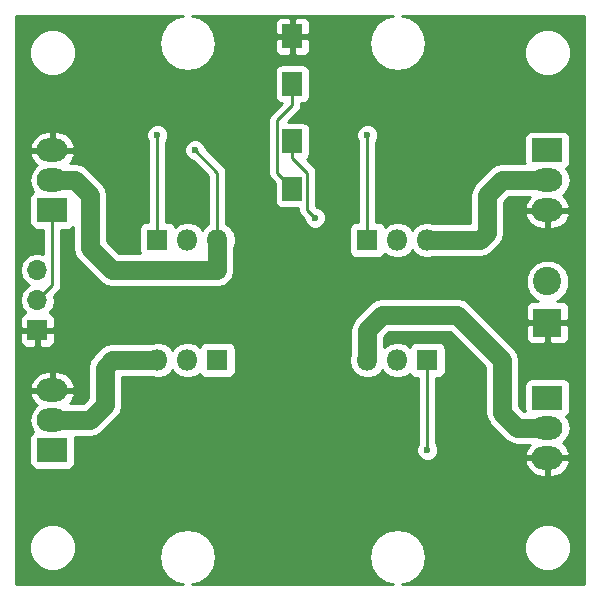
<source format=gbr>
G04 #@! TF.FileFunction,Copper,L1,Top,Signal*
%FSLAX46Y46*%
G04 Gerber Fmt 4.6, Leading zero omitted, Abs format (unit mm)*
G04 Created by KiCad (PCBNEW 4.0.7) date Tuesday, March 06, 2018 'PMt' 10:16:58 PM*
%MOMM*%
%LPD*%
G01*
G04 APERTURE LIST*
%ADD10C,0.100000*%
%ADD11R,1.800000X1.800000*%
%ADD12O,1.800000X1.800000*%
%ADD13R,1.700000X2.000000*%
%ADD14R,1.700000X1.700000*%
%ADD15O,1.700000X1.700000*%
%ADD16C,2.400000*%
%ADD17R,2.400000X2.400000*%
%ADD18R,2.600000X2.000000*%
%ADD19O,2.600000X2.000000*%
%ADD20C,0.600000*%
%ADD21C,0.250000*%
%ADD22C,1.600000*%
%ADD23C,0.254000*%
G04 APERTURE END LIST*
D10*
D11*
X121920000Y-79375000D03*
D12*
X124460000Y-79375000D03*
X127000000Y-79375000D03*
D11*
X144780000Y-89535000D03*
D12*
X142240000Y-89535000D03*
X139700000Y-89535000D03*
D13*
X133350000Y-62135000D03*
X133350000Y-66135000D03*
D14*
X111760000Y-86995000D03*
D15*
X111760000Y-84455000D03*
X111760000Y-81915000D03*
D16*
X154940000Y-82860000D03*
D17*
X154940000Y-86360000D03*
D13*
X133350000Y-71025000D03*
X133350000Y-75025000D03*
D11*
X139700000Y-79375000D03*
D12*
X142240000Y-79375000D03*
X144780000Y-79375000D03*
D11*
X127000000Y-89535000D03*
D12*
X124460000Y-89535000D03*
X121920000Y-89535000D03*
D18*
X113030000Y-76835000D03*
D19*
X113030000Y-74295000D03*
X113030000Y-71755000D03*
D18*
X154940000Y-71755000D03*
D19*
X154940000Y-74295000D03*
X154940000Y-76835000D03*
D18*
X113030000Y-97155000D03*
D19*
X113030000Y-94615000D03*
X113030000Y-92075000D03*
D18*
X154940000Y-92710000D03*
D19*
X154940000Y-95250000D03*
X154940000Y-97790000D03*
D20*
X121920000Y-70485000D03*
X139700000Y-70485000D03*
X135255000Y-77470000D03*
X125095000Y-71755000D03*
X144780000Y-97155000D03*
D21*
X121920000Y-70485000D02*
X121920000Y-79375000D01*
X139700000Y-70485000D02*
X139700000Y-79375000D01*
X135255000Y-77470000D02*
X134620000Y-76835000D01*
X134620000Y-76835000D02*
X134620000Y-73660000D01*
X134620000Y-73660000D02*
X133350000Y-72390000D01*
X133350000Y-72390000D02*
X133350000Y-71025000D01*
X125095000Y-71755000D02*
X127000000Y-73660000D01*
X127000000Y-73660000D02*
X127000000Y-79375000D01*
D22*
X127000000Y-79375000D02*
X127000000Y-81915000D01*
X114935000Y-74295000D02*
X113030000Y-74295000D01*
X116205000Y-75565000D02*
X114935000Y-74295000D01*
X116205000Y-80010000D02*
X116205000Y-75565000D01*
X118110000Y-81915000D02*
X116205000Y-80010000D01*
X127000000Y-81915000D02*
X118110000Y-81915000D01*
X144780000Y-79375000D02*
X149225000Y-79375000D01*
X151130000Y-74295000D02*
X154940000Y-74295000D01*
X149860000Y-75565000D02*
X151130000Y-74295000D01*
X149860000Y-78740000D02*
X149860000Y-75565000D01*
X149225000Y-79375000D02*
X149860000Y-78740000D01*
X121920000Y-89535000D02*
X118110000Y-89535000D01*
X118110000Y-89535000D02*
X117475000Y-90170000D01*
X117475000Y-90170000D02*
X117475000Y-93345000D01*
X117475000Y-93345000D02*
X116205000Y-94615000D01*
X116205000Y-94615000D02*
X113030000Y-94615000D01*
X139700000Y-89535000D02*
X139700000Y-86995000D01*
X152400000Y-95250000D02*
X154940000Y-95250000D01*
X151130000Y-93980000D02*
X152400000Y-95250000D01*
X151130000Y-89535000D02*
X151130000Y-93980000D01*
X147320000Y-85725000D02*
X151130000Y-89535000D01*
X140970000Y-85725000D02*
X147320000Y-85725000D01*
X139700000Y-86995000D02*
X140970000Y-85725000D01*
D21*
X133350000Y-75025000D02*
X133350000Y-74930000D01*
X133350000Y-74930000D02*
X132080000Y-73660000D01*
X132080000Y-73660000D02*
X132080000Y-69215000D01*
X132080000Y-69215000D02*
X133350000Y-67945000D01*
X133350000Y-67945000D02*
X133350000Y-66135000D01*
X111760000Y-84455000D02*
X113030000Y-83185000D01*
X113030000Y-83185000D02*
X113030000Y-76835000D01*
X144780000Y-89535000D02*
X144780000Y-97155000D01*
D23*
G36*
X123500575Y-60511547D02*
X122726825Y-61028550D01*
X122209822Y-61802300D01*
X122028275Y-62715000D01*
X122209822Y-63627700D01*
X122726825Y-64401450D01*
X123500575Y-64918453D01*
X124413275Y-65100000D01*
X124506725Y-65100000D01*
X125419425Y-64918453D01*
X126193175Y-64401450D01*
X126710178Y-63627700D01*
X126891725Y-62715000D01*
X126833196Y-62420750D01*
X131865000Y-62420750D01*
X131865000Y-63261309D01*
X131961673Y-63494698D01*
X132140301Y-63673327D01*
X132373690Y-63770000D01*
X133064250Y-63770000D01*
X133223000Y-63611250D01*
X133223000Y-62262000D01*
X133477000Y-62262000D01*
X133477000Y-63611250D01*
X133635750Y-63770000D01*
X134326310Y-63770000D01*
X134559699Y-63673327D01*
X134738327Y-63494698D01*
X134835000Y-63261309D01*
X134835000Y-62420750D01*
X134676250Y-62262000D01*
X133477000Y-62262000D01*
X133223000Y-62262000D01*
X132023750Y-62262000D01*
X131865000Y-62420750D01*
X126833196Y-62420750D01*
X126710178Y-61802300D01*
X126193175Y-61028550D01*
X126163454Y-61008691D01*
X131865000Y-61008691D01*
X131865000Y-61849250D01*
X132023750Y-62008000D01*
X133223000Y-62008000D01*
X133223000Y-60658750D01*
X133477000Y-60658750D01*
X133477000Y-62008000D01*
X134676250Y-62008000D01*
X134835000Y-61849250D01*
X134835000Y-61008691D01*
X134738327Y-60775302D01*
X134559699Y-60596673D01*
X134326310Y-60500000D01*
X133635750Y-60500000D01*
X133477000Y-60658750D01*
X133223000Y-60658750D01*
X133064250Y-60500000D01*
X132373690Y-60500000D01*
X132140301Y-60596673D01*
X131961673Y-60775302D01*
X131865000Y-61008691D01*
X126163454Y-61008691D01*
X125419425Y-60511547D01*
X124858639Y-60400000D01*
X141841361Y-60400000D01*
X141280575Y-60511547D01*
X140506825Y-61028550D01*
X139989822Y-61802300D01*
X139808275Y-62715000D01*
X139989822Y-63627700D01*
X140506825Y-64401450D01*
X141280575Y-64918453D01*
X142193275Y-65100000D01*
X142286725Y-65100000D01*
X143199425Y-64918453D01*
X143973175Y-64401450D01*
X144312837Y-63893109D01*
X152954657Y-63893109D01*
X153256218Y-64622943D01*
X153814120Y-65181819D01*
X154543427Y-65484654D01*
X155333109Y-65485343D01*
X156062943Y-65183782D01*
X156621819Y-64625880D01*
X156924654Y-63896573D01*
X156925343Y-63106891D01*
X156623782Y-62377057D01*
X156065880Y-61818181D01*
X155336573Y-61515346D01*
X154546891Y-61514657D01*
X153817057Y-61816218D01*
X153258181Y-62374120D01*
X152955346Y-63103427D01*
X152954657Y-63893109D01*
X144312837Y-63893109D01*
X144490178Y-63627700D01*
X144671725Y-62715000D01*
X144490178Y-61802300D01*
X143973175Y-61028550D01*
X143199425Y-60511547D01*
X142638639Y-60400000D01*
X158040000Y-60400000D01*
X158040000Y-108510000D01*
X142638639Y-108510000D01*
X143199425Y-108398453D01*
X143973175Y-107881450D01*
X144490178Y-107107700D01*
X144671725Y-106195000D01*
X144593774Y-105803109D01*
X152954657Y-105803109D01*
X153256218Y-106532943D01*
X153814120Y-107091819D01*
X154543427Y-107394654D01*
X155333109Y-107395343D01*
X156062943Y-107093782D01*
X156621819Y-106535880D01*
X156924654Y-105806573D01*
X156925343Y-105016891D01*
X156623782Y-104287057D01*
X156065880Y-103728181D01*
X155336573Y-103425346D01*
X154546891Y-103424657D01*
X153817057Y-103726218D01*
X153258181Y-104284120D01*
X152955346Y-105013427D01*
X152954657Y-105803109D01*
X144593774Y-105803109D01*
X144490178Y-105282300D01*
X143973175Y-104508550D01*
X143199425Y-103991547D01*
X142286725Y-103810000D01*
X142193275Y-103810000D01*
X141280575Y-103991547D01*
X140506825Y-104508550D01*
X139989822Y-105282300D01*
X139808275Y-106195000D01*
X139989822Y-107107700D01*
X140506825Y-107881450D01*
X141280575Y-108398453D01*
X141841361Y-108510000D01*
X124858639Y-108510000D01*
X125419425Y-108398453D01*
X126193175Y-107881450D01*
X126710178Y-107107700D01*
X126891725Y-106195000D01*
X126710178Y-105282300D01*
X126193175Y-104508550D01*
X125419425Y-103991547D01*
X124506725Y-103810000D01*
X124413275Y-103810000D01*
X123500575Y-103991547D01*
X122726825Y-104508550D01*
X122209822Y-105282300D01*
X122028275Y-106195000D01*
X122209822Y-107107700D01*
X122726825Y-107881450D01*
X123500575Y-108398453D01*
X124061361Y-108510000D01*
X109930000Y-108510000D01*
X109930000Y-105803109D01*
X111044657Y-105803109D01*
X111346218Y-106532943D01*
X111904120Y-107091819D01*
X112633427Y-107394654D01*
X113423109Y-107395343D01*
X114152943Y-107093782D01*
X114711819Y-106535880D01*
X115014654Y-105806573D01*
X115015343Y-105016891D01*
X114713782Y-104287057D01*
X114155880Y-103728181D01*
X113426573Y-103425346D01*
X112636891Y-103424657D01*
X111907057Y-103726218D01*
X111348181Y-104284120D01*
X111045346Y-105013427D01*
X111044657Y-105803109D01*
X109930000Y-105803109D01*
X109930000Y-94615000D01*
X111057091Y-94615000D01*
X111181548Y-95240687D01*
X111421093Y-95599192D01*
X111278559Y-95690910D01*
X111133569Y-95903110D01*
X111082560Y-96155000D01*
X111082560Y-98155000D01*
X111126838Y-98390317D01*
X111265910Y-98606441D01*
X111478110Y-98751431D01*
X111730000Y-98802440D01*
X114330000Y-98802440D01*
X114565317Y-98758162D01*
X114781441Y-98619090D01*
X114926431Y-98406890D01*
X114974314Y-98170434D01*
X153049876Y-98170434D01*
X153080856Y-98298355D01*
X153394078Y-98856317D01*
X153896980Y-99251942D01*
X154513000Y-99425000D01*
X154813000Y-99425000D01*
X154813000Y-97917000D01*
X155067000Y-97917000D01*
X155067000Y-99425000D01*
X155367000Y-99425000D01*
X155983020Y-99251942D01*
X156485922Y-98856317D01*
X156799144Y-98298355D01*
X156830124Y-98170434D01*
X156710777Y-97917000D01*
X155067000Y-97917000D01*
X154813000Y-97917000D01*
X153169223Y-97917000D01*
X153049876Y-98170434D01*
X114974314Y-98170434D01*
X114977440Y-98155000D01*
X114977440Y-96155000D01*
X114957683Y-96050000D01*
X116205000Y-96050000D01*
X116754151Y-95940767D01*
X117219698Y-95629698D01*
X118489698Y-94359698D01*
X118800767Y-93894151D01*
X118910000Y-93345000D01*
X118910000Y-90970000D01*
X121387194Y-90970000D01*
X121889928Y-91070000D01*
X121950072Y-91070000D01*
X122537491Y-90953155D01*
X123035481Y-90620409D01*
X123190000Y-90389155D01*
X123344519Y-90620409D01*
X123842509Y-90953155D01*
X124429928Y-91070000D01*
X124490072Y-91070000D01*
X125077491Y-90953155D01*
X125498026Y-90672163D01*
X125635910Y-90886441D01*
X125848110Y-91031431D01*
X126100000Y-91082440D01*
X127900000Y-91082440D01*
X128135317Y-91038162D01*
X128351441Y-90899090D01*
X128496431Y-90686890D01*
X128547440Y-90435000D01*
X128547440Y-89535000D01*
X138134928Y-89535000D01*
X138251773Y-90122419D01*
X138584519Y-90620409D01*
X139082509Y-90953155D01*
X139669928Y-91070000D01*
X139730072Y-91070000D01*
X140317491Y-90953155D01*
X140815481Y-90620409D01*
X140970000Y-90389155D01*
X141124519Y-90620409D01*
X141622509Y-90953155D01*
X142209928Y-91070000D01*
X142270072Y-91070000D01*
X142857491Y-90953155D01*
X143278026Y-90672163D01*
X143415910Y-90886441D01*
X143628110Y-91031431D01*
X143880000Y-91082440D01*
X144020000Y-91082440D01*
X144020000Y-96592537D01*
X143987808Y-96624673D01*
X143845162Y-96968201D01*
X143844838Y-97340167D01*
X143986883Y-97683943D01*
X144249673Y-97947192D01*
X144593201Y-98089838D01*
X144965167Y-98090162D01*
X145308943Y-97948117D01*
X145572192Y-97685327D01*
X145714838Y-97341799D01*
X145715162Y-96969833D01*
X145573117Y-96626057D01*
X145540000Y-96592882D01*
X145540000Y-91082440D01*
X145680000Y-91082440D01*
X145915317Y-91038162D01*
X146131441Y-90899090D01*
X146276431Y-90686890D01*
X146327440Y-90435000D01*
X146327440Y-88635000D01*
X146283162Y-88399683D01*
X146144090Y-88183559D01*
X145931890Y-88038569D01*
X145680000Y-87987560D01*
X143880000Y-87987560D01*
X143644683Y-88031838D01*
X143428559Y-88170910D01*
X143283569Y-88383110D01*
X143280281Y-88399344D01*
X142857491Y-88116845D01*
X142270072Y-88000000D01*
X142209928Y-88000000D01*
X141622509Y-88116845D01*
X141135000Y-88442588D01*
X141135000Y-87589396D01*
X141564396Y-87160000D01*
X146725604Y-87160000D01*
X149695000Y-90129396D01*
X149695000Y-93980000D01*
X149804233Y-94529151D01*
X149971845Y-94780000D01*
X150115302Y-94994698D01*
X151385302Y-96264698D01*
X151850849Y-96575767D01*
X152400000Y-96685000D01*
X153443250Y-96685000D01*
X153394078Y-96723683D01*
X153080856Y-97281645D01*
X153049876Y-97409566D01*
X153169223Y-97663000D01*
X154813000Y-97663000D01*
X154813000Y-97643000D01*
X155067000Y-97643000D01*
X155067000Y-97663000D01*
X156710777Y-97663000D01*
X156830124Y-97409566D01*
X156799144Y-97281645D01*
X156485922Y-96723683D01*
X156243812Y-96533219D01*
X156434029Y-96406120D01*
X156788452Y-95875687D01*
X156912909Y-95250000D01*
X156788452Y-94624313D01*
X156548907Y-94265808D01*
X156691441Y-94174090D01*
X156836431Y-93961890D01*
X156887440Y-93710000D01*
X156887440Y-91710000D01*
X156843162Y-91474683D01*
X156704090Y-91258559D01*
X156491890Y-91113569D01*
X156240000Y-91062560D01*
X153640000Y-91062560D01*
X153404683Y-91106838D01*
X153188559Y-91245910D01*
X153043569Y-91458110D01*
X152992560Y-91710000D01*
X152992560Y-93710000D01*
X153012317Y-93815000D01*
X152994396Y-93815000D01*
X152565000Y-93385604D01*
X152565000Y-89535000D01*
X152455767Y-88985849D01*
X152144698Y-88520302D01*
X150270146Y-86645750D01*
X153105000Y-86645750D01*
X153105000Y-87686309D01*
X153201673Y-87919698D01*
X153380301Y-88098327D01*
X153613690Y-88195000D01*
X154654250Y-88195000D01*
X154813000Y-88036250D01*
X154813000Y-86487000D01*
X155067000Y-86487000D01*
X155067000Y-88036250D01*
X155225750Y-88195000D01*
X156266310Y-88195000D01*
X156499699Y-88098327D01*
X156678327Y-87919698D01*
X156775000Y-87686309D01*
X156775000Y-86645750D01*
X156616250Y-86487000D01*
X155067000Y-86487000D01*
X154813000Y-86487000D01*
X153263750Y-86487000D01*
X153105000Y-86645750D01*
X150270146Y-86645750D01*
X148334698Y-84710302D01*
X148294960Y-84683750D01*
X147869151Y-84399233D01*
X147320000Y-84290000D01*
X140970000Y-84290000D01*
X140420849Y-84399233D01*
X139955302Y-84710302D01*
X138685302Y-85980302D01*
X138374233Y-86445849D01*
X138265000Y-86995000D01*
X138265000Y-88927785D01*
X138251773Y-88947581D01*
X138134928Y-89535000D01*
X128547440Y-89535000D01*
X128547440Y-88635000D01*
X128503162Y-88399683D01*
X128364090Y-88183559D01*
X128151890Y-88038569D01*
X127900000Y-87987560D01*
X126100000Y-87987560D01*
X125864683Y-88031838D01*
X125648559Y-88170910D01*
X125503569Y-88383110D01*
X125500281Y-88399344D01*
X125077491Y-88116845D01*
X124490072Y-88000000D01*
X124429928Y-88000000D01*
X123842509Y-88116845D01*
X123344519Y-88449591D01*
X123190000Y-88680845D01*
X123035481Y-88449591D01*
X122537491Y-88116845D01*
X121950072Y-88000000D01*
X121889928Y-88000000D01*
X121387194Y-88100000D01*
X118110000Y-88100000D01*
X117560850Y-88209232D01*
X117095302Y-88520301D01*
X116460302Y-89155302D01*
X116149233Y-89620849D01*
X116040000Y-90170000D01*
X116040000Y-92750604D01*
X115610604Y-93180000D01*
X114526750Y-93180000D01*
X114575922Y-93141317D01*
X114889144Y-92583355D01*
X114920124Y-92455434D01*
X114800777Y-92202000D01*
X113157000Y-92202000D01*
X113157000Y-92222000D01*
X112903000Y-92222000D01*
X112903000Y-92202000D01*
X111259223Y-92202000D01*
X111139876Y-92455434D01*
X111170856Y-92583355D01*
X111484078Y-93141317D01*
X111726188Y-93331781D01*
X111535971Y-93458880D01*
X111181548Y-93989313D01*
X111057091Y-94615000D01*
X109930000Y-94615000D01*
X109930000Y-91694566D01*
X111139876Y-91694566D01*
X111259223Y-91948000D01*
X112903000Y-91948000D01*
X112903000Y-90440000D01*
X113157000Y-90440000D01*
X113157000Y-91948000D01*
X114800777Y-91948000D01*
X114920124Y-91694566D01*
X114889144Y-91566645D01*
X114575922Y-91008683D01*
X114073020Y-90613058D01*
X113457000Y-90440000D01*
X113157000Y-90440000D01*
X112903000Y-90440000D01*
X112603000Y-90440000D01*
X111986980Y-90613058D01*
X111484078Y-91008683D01*
X111170856Y-91566645D01*
X111139876Y-91694566D01*
X109930000Y-91694566D01*
X109930000Y-87280750D01*
X110275000Y-87280750D01*
X110275000Y-87971310D01*
X110371673Y-88204699D01*
X110550302Y-88383327D01*
X110783691Y-88480000D01*
X111474250Y-88480000D01*
X111633000Y-88321250D01*
X111633000Y-87122000D01*
X111887000Y-87122000D01*
X111887000Y-88321250D01*
X112045750Y-88480000D01*
X112736309Y-88480000D01*
X112969698Y-88383327D01*
X113148327Y-88204699D01*
X113245000Y-87971310D01*
X113245000Y-87280750D01*
X113086250Y-87122000D01*
X111887000Y-87122000D01*
X111633000Y-87122000D01*
X110433750Y-87122000D01*
X110275000Y-87280750D01*
X109930000Y-87280750D01*
X109930000Y-81915000D01*
X110245907Y-81915000D01*
X110358946Y-82483285D01*
X110680853Y-82965054D01*
X111010026Y-83185000D01*
X110680853Y-83404946D01*
X110358946Y-83886715D01*
X110245907Y-84455000D01*
X110358946Y-85023285D01*
X110680853Y-85505054D01*
X110724777Y-85534403D01*
X110550302Y-85606673D01*
X110371673Y-85785301D01*
X110275000Y-86018690D01*
X110275000Y-86709250D01*
X110433750Y-86868000D01*
X111633000Y-86868000D01*
X111633000Y-86848000D01*
X111887000Y-86848000D01*
X111887000Y-86868000D01*
X113086250Y-86868000D01*
X113245000Y-86709250D01*
X113245000Y-86018690D01*
X113148327Y-85785301D01*
X112969698Y-85606673D01*
X112795223Y-85534403D01*
X112839147Y-85505054D01*
X113161054Y-85023285D01*
X113274093Y-84455000D01*
X113201210Y-84088592D01*
X113567401Y-83722401D01*
X113732148Y-83475840D01*
X113790000Y-83185000D01*
X113790000Y-78482440D01*
X114330000Y-78482440D01*
X114565317Y-78438162D01*
X114770000Y-78306452D01*
X114770000Y-80010000D01*
X114879233Y-80559151D01*
X114973858Y-80700767D01*
X115190302Y-81024698D01*
X117095302Y-82929698D01*
X117560849Y-83240767D01*
X118110000Y-83350000D01*
X127000000Y-83350000D01*
X127549151Y-83240767D01*
X127575138Y-83223403D01*
X153104682Y-83223403D01*
X153383455Y-83898086D01*
X153899199Y-84414730D01*
X154164758Y-84525000D01*
X153613690Y-84525000D01*
X153380301Y-84621673D01*
X153201673Y-84800302D01*
X153105000Y-85033691D01*
X153105000Y-86074250D01*
X153263750Y-86233000D01*
X154813000Y-86233000D01*
X154813000Y-86213000D01*
X155067000Y-86213000D01*
X155067000Y-86233000D01*
X156616250Y-86233000D01*
X156775000Y-86074250D01*
X156775000Y-85033691D01*
X156678327Y-84800302D01*
X156499699Y-84621673D01*
X156266310Y-84525000D01*
X155715605Y-84525000D01*
X155978086Y-84416545D01*
X156494730Y-83900801D01*
X156774681Y-83226605D01*
X156775318Y-82496597D01*
X156496545Y-81821914D01*
X155980801Y-81305270D01*
X155306605Y-81025319D01*
X154576597Y-81024682D01*
X153901914Y-81303455D01*
X153385270Y-81819199D01*
X153105319Y-82493395D01*
X153104682Y-83223403D01*
X127575138Y-83223403D01*
X128014698Y-82929698D01*
X128325767Y-82464151D01*
X128435000Y-81915000D01*
X128435000Y-79982215D01*
X128448227Y-79962419D01*
X128565072Y-79375000D01*
X128448227Y-78787581D01*
X128239368Y-78475000D01*
X138152560Y-78475000D01*
X138152560Y-80275000D01*
X138196838Y-80510317D01*
X138335910Y-80726441D01*
X138548110Y-80871431D01*
X138800000Y-80922440D01*
X140600000Y-80922440D01*
X140835317Y-80878162D01*
X141051441Y-80739090D01*
X141196431Y-80526890D01*
X141199719Y-80510656D01*
X141622509Y-80793155D01*
X142209928Y-80910000D01*
X142270072Y-80910000D01*
X142857491Y-80793155D01*
X143355481Y-80460409D01*
X143510000Y-80229155D01*
X143664519Y-80460409D01*
X144162509Y-80793155D01*
X144749928Y-80910000D01*
X144810072Y-80910000D01*
X145312806Y-80810000D01*
X149225000Y-80810000D01*
X149774151Y-80700767D01*
X150239698Y-80389698D01*
X150874699Y-79754698D01*
X151185768Y-79289150D01*
X151295000Y-78740000D01*
X151295000Y-77215434D01*
X153049876Y-77215434D01*
X153080856Y-77343355D01*
X153394078Y-77901317D01*
X153896980Y-78296942D01*
X154513000Y-78470000D01*
X154813000Y-78470000D01*
X154813000Y-76962000D01*
X155067000Y-76962000D01*
X155067000Y-78470000D01*
X155367000Y-78470000D01*
X155983020Y-78296942D01*
X156485922Y-77901317D01*
X156799144Y-77343355D01*
X156830124Y-77215434D01*
X156710777Y-76962000D01*
X155067000Y-76962000D01*
X154813000Y-76962000D01*
X153169223Y-76962000D01*
X153049876Y-77215434D01*
X151295000Y-77215434D01*
X151295000Y-76159396D01*
X151724396Y-75730000D01*
X153443250Y-75730000D01*
X153394078Y-75768683D01*
X153080856Y-76326645D01*
X153049876Y-76454566D01*
X153169223Y-76708000D01*
X154813000Y-76708000D01*
X154813000Y-76688000D01*
X155067000Y-76688000D01*
X155067000Y-76708000D01*
X156710777Y-76708000D01*
X156830124Y-76454566D01*
X156799144Y-76326645D01*
X156485922Y-75768683D01*
X156243812Y-75578219D01*
X156434029Y-75451120D01*
X156788452Y-74920687D01*
X156912909Y-74295000D01*
X156788452Y-73669313D01*
X156548907Y-73310808D01*
X156691441Y-73219090D01*
X156836431Y-73006890D01*
X156887440Y-72755000D01*
X156887440Y-70755000D01*
X156843162Y-70519683D01*
X156704090Y-70303559D01*
X156491890Y-70158569D01*
X156240000Y-70107560D01*
X153640000Y-70107560D01*
X153404683Y-70151838D01*
X153188559Y-70290910D01*
X153043569Y-70503110D01*
X152992560Y-70755000D01*
X152992560Y-72755000D01*
X153012317Y-72860000D01*
X151130000Y-72860000D01*
X150580849Y-72969233D01*
X150115302Y-73280302D01*
X148845302Y-74550302D01*
X148534233Y-75015849D01*
X148425000Y-75565000D01*
X148425000Y-77940000D01*
X145312806Y-77940000D01*
X144810072Y-77840000D01*
X144749928Y-77840000D01*
X144162509Y-77956845D01*
X143664519Y-78289591D01*
X143510000Y-78520845D01*
X143355481Y-78289591D01*
X142857491Y-77956845D01*
X142270072Y-77840000D01*
X142209928Y-77840000D01*
X141622509Y-77956845D01*
X141201974Y-78237837D01*
X141064090Y-78023559D01*
X140851890Y-77878569D01*
X140600000Y-77827560D01*
X140460000Y-77827560D01*
X140460000Y-71047463D01*
X140492192Y-71015327D01*
X140634838Y-70671799D01*
X140635162Y-70299833D01*
X140493117Y-69956057D01*
X140230327Y-69692808D01*
X139886799Y-69550162D01*
X139514833Y-69549838D01*
X139171057Y-69691883D01*
X138907808Y-69954673D01*
X138765162Y-70298201D01*
X138764838Y-70670167D01*
X138906883Y-71013943D01*
X138940000Y-71047118D01*
X138940000Y-77827560D01*
X138800000Y-77827560D01*
X138564683Y-77871838D01*
X138348559Y-78010910D01*
X138203569Y-78223110D01*
X138152560Y-78475000D01*
X128239368Y-78475000D01*
X128115481Y-78289591D01*
X127760000Y-78052066D01*
X127760000Y-73660000D01*
X127702148Y-73369161D01*
X127537401Y-73122599D01*
X126030122Y-71615320D01*
X126030162Y-71569833D01*
X125888117Y-71226057D01*
X125625327Y-70962808D01*
X125281799Y-70820162D01*
X124909833Y-70819838D01*
X124566057Y-70961883D01*
X124302808Y-71224673D01*
X124160162Y-71568201D01*
X124159838Y-71940167D01*
X124301883Y-72283943D01*
X124564673Y-72547192D01*
X124908201Y-72689838D01*
X124955077Y-72689879D01*
X126240000Y-73974802D01*
X126240000Y-78052066D01*
X125884519Y-78289591D01*
X125730000Y-78520845D01*
X125575481Y-78289591D01*
X125077491Y-77956845D01*
X124490072Y-77840000D01*
X124429928Y-77840000D01*
X123842509Y-77956845D01*
X123421974Y-78237837D01*
X123284090Y-78023559D01*
X123071890Y-77878569D01*
X122820000Y-77827560D01*
X122680000Y-77827560D01*
X122680000Y-71047463D01*
X122712192Y-71015327D01*
X122854838Y-70671799D01*
X122855162Y-70299833D01*
X122713117Y-69956057D01*
X122450327Y-69692808D01*
X122106799Y-69550162D01*
X121734833Y-69549838D01*
X121391057Y-69691883D01*
X121127808Y-69954673D01*
X120985162Y-70298201D01*
X120984838Y-70670167D01*
X121126883Y-71013943D01*
X121160000Y-71047118D01*
X121160000Y-77827560D01*
X121020000Y-77827560D01*
X120784683Y-77871838D01*
X120568559Y-78010910D01*
X120423569Y-78223110D01*
X120372560Y-78475000D01*
X120372560Y-80275000D01*
X120411133Y-80480000D01*
X118704396Y-80480000D01*
X117640000Y-79415604D01*
X117640000Y-75565000D01*
X117530767Y-75015849D01*
X117219698Y-74550302D01*
X115949698Y-73280302D01*
X115839157Y-73206441D01*
X115484151Y-72969233D01*
X114935000Y-72860000D01*
X114526750Y-72860000D01*
X114575922Y-72821317D01*
X114889144Y-72263355D01*
X114920124Y-72135434D01*
X114800777Y-71882000D01*
X113157000Y-71882000D01*
X113157000Y-71902000D01*
X112903000Y-71902000D01*
X112903000Y-71882000D01*
X111259223Y-71882000D01*
X111139876Y-72135434D01*
X111170856Y-72263355D01*
X111484078Y-72821317D01*
X111726188Y-73011781D01*
X111535971Y-73138880D01*
X111181548Y-73669313D01*
X111057091Y-74295000D01*
X111181548Y-74920687D01*
X111421093Y-75279192D01*
X111278559Y-75370910D01*
X111133569Y-75583110D01*
X111082560Y-75835000D01*
X111082560Y-77835000D01*
X111126838Y-78070317D01*
X111265910Y-78286441D01*
X111478110Y-78431431D01*
X111730000Y-78482440D01*
X112270000Y-78482440D01*
X112270000Y-80525658D01*
X111789093Y-80430000D01*
X111730907Y-80430000D01*
X111162622Y-80543039D01*
X110680853Y-80864946D01*
X110358946Y-81346715D01*
X110245907Y-81915000D01*
X109930000Y-81915000D01*
X109930000Y-71374566D01*
X111139876Y-71374566D01*
X111259223Y-71628000D01*
X112903000Y-71628000D01*
X112903000Y-70120000D01*
X113157000Y-70120000D01*
X113157000Y-71628000D01*
X114800777Y-71628000D01*
X114920124Y-71374566D01*
X114889144Y-71246645D01*
X114575922Y-70688683D01*
X114073020Y-70293058D01*
X113457000Y-70120000D01*
X113157000Y-70120000D01*
X112903000Y-70120000D01*
X112603000Y-70120000D01*
X111986980Y-70293058D01*
X111484078Y-70688683D01*
X111170856Y-71246645D01*
X111139876Y-71374566D01*
X109930000Y-71374566D01*
X109930000Y-69215000D01*
X131320000Y-69215000D01*
X131320000Y-73660000D01*
X131377852Y-73950839D01*
X131542599Y-74197401D01*
X131852560Y-74507362D01*
X131852560Y-76025000D01*
X131896838Y-76260317D01*
X132035910Y-76476441D01*
X132248110Y-76621431D01*
X132500000Y-76672440D01*
X133860000Y-76672440D01*
X133860000Y-76835000D01*
X133917852Y-77125839D01*
X134082599Y-77372401D01*
X134319878Y-77609680D01*
X134319838Y-77655167D01*
X134461883Y-77998943D01*
X134724673Y-78262192D01*
X135068201Y-78404838D01*
X135440167Y-78405162D01*
X135783943Y-78263117D01*
X136047192Y-78000327D01*
X136189838Y-77656799D01*
X136190162Y-77284833D01*
X136048117Y-76941057D01*
X135785327Y-76677808D01*
X135441799Y-76535162D01*
X135394923Y-76535121D01*
X135380000Y-76520198D01*
X135380000Y-73660000D01*
X135322148Y-73369161D01*
X135322148Y-73369160D01*
X135157401Y-73122599D01*
X134573832Y-72539030D01*
X134651441Y-72489090D01*
X134796431Y-72276890D01*
X134847440Y-72025000D01*
X134847440Y-70025000D01*
X134803162Y-69789683D01*
X134664090Y-69573559D01*
X134451890Y-69428569D01*
X134200000Y-69377560D01*
X132992242Y-69377560D01*
X133887401Y-68482401D01*
X134052148Y-68235840D01*
X134110000Y-67945000D01*
X134110000Y-67782440D01*
X134200000Y-67782440D01*
X134435317Y-67738162D01*
X134651441Y-67599090D01*
X134796431Y-67386890D01*
X134847440Y-67135000D01*
X134847440Y-65135000D01*
X134803162Y-64899683D01*
X134664090Y-64683559D01*
X134451890Y-64538569D01*
X134200000Y-64487560D01*
X132500000Y-64487560D01*
X132264683Y-64531838D01*
X132048559Y-64670910D01*
X131903569Y-64883110D01*
X131852560Y-65135000D01*
X131852560Y-67135000D01*
X131896838Y-67370317D01*
X132035910Y-67586441D01*
X132248110Y-67731431D01*
X132448240Y-67771958D01*
X131542599Y-68677599D01*
X131377852Y-68924161D01*
X131320000Y-69215000D01*
X109930000Y-69215000D01*
X109930000Y-63893109D01*
X111044657Y-63893109D01*
X111346218Y-64622943D01*
X111904120Y-65181819D01*
X112633427Y-65484654D01*
X113423109Y-65485343D01*
X114152943Y-65183782D01*
X114711819Y-64625880D01*
X115014654Y-63896573D01*
X115015343Y-63106891D01*
X114713782Y-62377057D01*
X114155880Y-61818181D01*
X113426573Y-61515346D01*
X112636891Y-61514657D01*
X111907057Y-61816218D01*
X111348181Y-62374120D01*
X111045346Y-63103427D01*
X111044657Y-63893109D01*
X109930000Y-63893109D01*
X109930000Y-60400000D01*
X124061361Y-60400000D01*
X123500575Y-60511547D01*
X123500575Y-60511547D01*
G37*
X123500575Y-60511547D02*
X122726825Y-61028550D01*
X122209822Y-61802300D01*
X122028275Y-62715000D01*
X122209822Y-63627700D01*
X122726825Y-64401450D01*
X123500575Y-64918453D01*
X124413275Y-65100000D01*
X124506725Y-65100000D01*
X125419425Y-64918453D01*
X126193175Y-64401450D01*
X126710178Y-63627700D01*
X126891725Y-62715000D01*
X126833196Y-62420750D01*
X131865000Y-62420750D01*
X131865000Y-63261309D01*
X131961673Y-63494698D01*
X132140301Y-63673327D01*
X132373690Y-63770000D01*
X133064250Y-63770000D01*
X133223000Y-63611250D01*
X133223000Y-62262000D01*
X133477000Y-62262000D01*
X133477000Y-63611250D01*
X133635750Y-63770000D01*
X134326310Y-63770000D01*
X134559699Y-63673327D01*
X134738327Y-63494698D01*
X134835000Y-63261309D01*
X134835000Y-62420750D01*
X134676250Y-62262000D01*
X133477000Y-62262000D01*
X133223000Y-62262000D01*
X132023750Y-62262000D01*
X131865000Y-62420750D01*
X126833196Y-62420750D01*
X126710178Y-61802300D01*
X126193175Y-61028550D01*
X126163454Y-61008691D01*
X131865000Y-61008691D01*
X131865000Y-61849250D01*
X132023750Y-62008000D01*
X133223000Y-62008000D01*
X133223000Y-60658750D01*
X133477000Y-60658750D01*
X133477000Y-62008000D01*
X134676250Y-62008000D01*
X134835000Y-61849250D01*
X134835000Y-61008691D01*
X134738327Y-60775302D01*
X134559699Y-60596673D01*
X134326310Y-60500000D01*
X133635750Y-60500000D01*
X133477000Y-60658750D01*
X133223000Y-60658750D01*
X133064250Y-60500000D01*
X132373690Y-60500000D01*
X132140301Y-60596673D01*
X131961673Y-60775302D01*
X131865000Y-61008691D01*
X126163454Y-61008691D01*
X125419425Y-60511547D01*
X124858639Y-60400000D01*
X141841361Y-60400000D01*
X141280575Y-60511547D01*
X140506825Y-61028550D01*
X139989822Y-61802300D01*
X139808275Y-62715000D01*
X139989822Y-63627700D01*
X140506825Y-64401450D01*
X141280575Y-64918453D01*
X142193275Y-65100000D01*
X142286725Y-65100000D01*
X143199425Y-64918453D01*
X143973175Y-64401450D01*
X144312837Y-63893109D01*
X152954657Y-63893109D01*
X153256218Y-64622943D01*
X153814120Y-65181819D01*
X154543427Y-65484654D01*
X155333109Y-65485343D01*
X156062943Y-65183782D01*
X156621819Y-64625880D01*
X156924654Y-63896573D01*
X156925343Y-63106891D01*
X156623782Y-62377057D01*
X156065880Y-61818181D01*
X155336573Y-61515346D01*
X154546891Y-61514657D01*
X153817057Y-61816218D01*
X153258181Y-62374120D01*
X152955346Y-63103427D01*
X152954657Y-63893109D01*
X144312837Y-63893109D01*
X144490178Y-63627700D01*
X144671725Y-62715000D01*
X144490178Y-61802300D01*
X143973175Y-61028550D01*
X143199425Y-60511547D01*
X142638639Y-60400000D01*
X158040000Y-60400000D01*
X158040000Y-108510000D01*
X142638639Y-108510000D01*
X143199425Y-108398453D01*
X143973175Y-107881450D01*
X144490178Y-107107700D01*
X144671725Y-106195000D01*
X144593774Y-105803109D01*
X152954657Y-105803109D01*
X153256218Y-106532943D01*
X153814120Y-107091819D01*
X154543427Y-107394654D01*
X155333109Y-107395343D01*
X156062943Y-107093782D01*
X156621819Y-106535880D01*
X156924654Y-105806573D01*
X156925343Y-105016891D01*
X156623782Y-104287057D01*
X156065880Y-103728181D01*
X155336573Y-103425346D01*
X154546891Y-103424657D01*
X153817057Y-103726218D01*
X153258181Y-104284120D01*
X152955346Y-105013427D01*
X152954657Y-105803109D01*
X144593774Y-105803109D01*
X144490178Y-105282300D01*
X143973175Y-104508550D01*
X143199425Y-103991547D01*
X142286725Y-103810000D01*
X142193275Y-103810000D01*
X141280575Y-103991547D01*
X140506825Y-104508550D01*
X139989822Y-105282300D01*
X139808275Y-106195000D01*
X139989822Y-107107700D01*
X140506825Y-107881450D01*
X141280575Y-108398453D01*
X141841361Y-108510000D01*
X124858639Y-108510000D01*
X125419425Y-108398453D01*
X126193175Y-107881450D01*
X126710178Y-107107700D01*
X126891725Y-106195000D01*
X126710178Y-105282300D01*
X126193175Y-104508550D01*
X125419425Y-103991547D01*
X124506725Y-103810000D01*
X124413275Y-103810000D01*
X123500575Y-103991547D01*
X122726825Y-104508550D01*
X122209822Y-105282300D01*
X122028275Y-106195000D01*
X122209822Y-107107700D01*
X122726825Y-107881450D01*
X123500575Y-108398453D01*
X124061361Y-108510000D01*
X109930000Y-108510000D01*
X109930000Y-105803109D01*
X111044657Y-105803109D01*
X111346218Y-106532943D01*
X111904120Y-107091819D01*
X112633427Y-107394654D01*
X113423109Y-107395343D01*
X114152943Y-107093782D01*
X114711819Y-106535880D01*
X115014654Y-105806573D01*
X115015343Y-105016891D01*
X114713782Y-104287057D01*
X114155880Y-103728181D01*
X113426573Y-103425346D01*
X112636891Y-103424657D01*
X111907057Y-103726218D01*
X111348181Y-104284120D01*
X111045346Y-105013427D01*
X111044657Y-105803109D01*
X109930000Y-105803109D01*
X109930000Y-94615000D01*
X111057091Y-94615000D01*
X111181548Y-95240687D01*
X111421093Y-95599192D01*
X111278559Y-95690910D01*
X111133569Y-95903110D01*
X111082560Y-96155000D01*
X111082560Y-98155000D01*
X111126838Y-98390317D01*
X111265910Y-98606441D01*
X111478110Y-98751431D01*
X111730000Y-98802440D01*
X114330000Y-98802440D01*
X114565317Y-98758162D01*
X114781441Y-98619090D01*
X114926431Y-98406890D01*
X114974314Y-98170434D01*
X153049876Y-98170434D01*
X153080856Y-98298355D01*
X153394078Y-98856317D01*
X153896980Y-99251942D01*
X154513000Y-99425000D01*
X154813000Y-99425000D01*
X154813000Y-97917000D01*
X155067000Y-97917000D01*
X155067000Y-99425000D01*
X155367000Y-99425000D01*
X155983020Y-99251942D01*
X156485922Y-98856317D01*
X156799144Y-98298355D01*
X156830124Y-98170434D01*
X156710777Y-97917000D01*
X155067000Y-97917000D01*
X154813000Y-97917000D01*
X153169223Y-97917000D01*
X153049876Y-98170434D01*
X114974314Y-98170434D01*
X114977440Y-98155000D01*
X114977440Y-96155000D01*
X114957683Y-96050000D01*
X116205000Y-96050000D01*
X116754151Y-95940767D01*
X117219698Y-95629698D01*
X118489698Y-94359698D01*
X118800767Y-93894151D01*
X118910000Y-93345000D01*
X118910000Y-90970000D01*
X121387194Y-90970000D01*
X121889928Y-91070000D01*
X121950072Y-91070000D01*
X122537491Y-90953155D01*
X123035481Y-90620409D01*
X123190000Y-90389155D01*
X123344519Y-90620409D01*
X123842509Y-90953155D01*
X124429928Y-91070000D01*
X124490072Y-91070000D01*
X125077491Y-90953155D01*
X125498026Y-90672163D01*
X125635910Y-90886441D01*
X125848110Y-91031431D01*
X126100000Y-91082440D01*
X127900000Y-91082440D01*
X128135317Y-91038162D01*
X128351441Y-90899090D01*
X128496431Y-90686890D01*
X128547440Y-90435000D01*
X128547440Y-89535000D01*
X138134928Y-89535000D01*
X138251773Y-90122419D01*
X138584519Y-90620409D01*
X139082509Y-90953155D01*
X139669928Y-91070000D01*
X139730072Y-91070000D01*
X140317491Y-90953155D01*
X140815481Y-90620409D01*
X140970000Y-90389155D01*
X141124519Y-90620409D01*
X141622509Y-90953155D01*
X142209928Y-91070000D01*
X142270072Y-91070000D01*
X142857491Y-90953155D01*
X143278026Y-90672163D01*
X143415910Y-90886441D01*
X143628110Y-91031431D01*
X143880000Y-91082440D01*
X144020000Y-91082440D01*
X144020000Y-96592537D01*
X143987808Y-96624673D01*
X143845162Y-96968201D01*
X143844838Y-97340167D01*
X143986883Y-97683943D01*
X144249673Y-97947192D01*
X144593201Y-98089838D01*
X144965167Y-98090162D01*
X145308943Y-97948117D01*
X145572192Y-97685327D01*
X145714838Y-97341799D01*
X145715162Y-96969833D01*
X145573117Y-96626057D01*
X145540000Y-96592882D01*
X145540000Y-91082440D01*
X145680000Y-91082440D01*
X145915317Y-91038162D01*
X146131441Y-90899090D01*
X146276431Y-90686890D01*
X146327440Y-90435000D01*
X146327440Y-88635000D01*
X146283162Y-88399683D01*
X146144090Y-88183559D01*
X145931890Y-88038569D01*
X145680000Y-87987560D01*
X143880000Y-87987560D01*
X143644683Y-88031838D01*
X143428559Y-88170910D01*
X143283569Y-88383110D01*
X143280281Y-88399344D01*
X142857491Y-88116845D01*
X142270072Y-88000000D01*
X142209928Y-88000000D01*
X141622509Y-88116845D01*
X141135000Y-88442588D01*
X141135000Y-87589396D01*
X141564396Y-87160000D01*
X146725604Y-87160000D01*
X149695000Y-90129396D01*
X149695000Y-93980000D01*
X149804233Y-94529151D01*
X149971845Y-94780000D01*
X150115302Y-94994698D01*
X151385302Y-96264698D01*
X151850849Y-96575767D01*
X152400000Y-96685000D01*
X153443250Y-96685000D01*
X153394078Y-96723683D01*
X153080856Y-97281645D01*
X153049876Y-97409566D01*
X153169223Y-97663000D01*
X154813000Y-97663000D01*
X154813000Y-97643000D01*
X155067000Y-97643000D01*
X155067000Y-97663000D01*
X156710777Y-97663000D01*
X156830124Y-97409566D01*
X156799144Y-97281645D01*
X156485922Y-96723683D01*
X156243812Y-96533219D01*
X156434029Y-96406120D01*
X156788452Y-95875687D01*
X156912909Y-95250000D01*
X156788452Y-94624313D01*
X156548907Y-94265808D01*
X156691441Y-94174090D01*
X156836431Y-93961890D01*
X156887440Y-93710000D01*
X156887440Y-91710000D01*
X156843162Y-91474683D01*
X156704090Y-91258559D01*
X156491890Y-91113569D01*
X156240000Y-91062560D01*
X153640000Y-91062560D01*
X153404683Y-91106838D01*
X153188559Y-91245910D01*
X153043569Y-91458110D01*
X152992560Y-91710000D01*
X152992560Y-93710000D01*
X153012317Y-93815000D01*
X152994396Y-93815000D01*
X152565000Y-93385604D01*
X152565000Y-89535000D01*
X152455767Y-88985849D01*
X152144698Y-88520302D01*
X150270146Y-86645750D01*
X153105000Y-86645750D01*
X153105000Y-87686309D01*
X153201673Y-87919698D01*
X153380301Y-88098327D01*
X153613690Y-88195000D01*
X154654250Y-88195000D01*
X154813000Y-88036250D01*
X154813000Y-86487000D01*
X155067000Y-86487000D01*
X155067000Y-88036250D01*
X155225750Y-88195000D01*
X156266310Y-88195000D01*
X156499699Y-88098327D01*
X156678327Y-87919698D01*
X156775000Y-87686309D01*
X156775000Y-86645750D01*
X156616250Y-86487000D01*
X155067000Y-86487000D01*
X154813000Y-86487000D01*
X153263750Y-86487000D01*
X153105000Y-86645750D01*
X150270146Y-86645750D01*
X148334698Y-84710302D01*
X148294960Y-84683750D01*
X147869151Y-84399233D01*
X147320000Y-84290000D01*
X140970000Y-84290000D01*
X140420849Y-84399233D01*
X139955302Y-84710302D01*
X138685302Y-85980302D01*
X138374233Y-86445849D01*
X138265000Y-86995000D01*
X138265000Y-88927785D01*
X138251773Y-88947581D01*
X138134928Y-89535000D01*
X128547440Y-89535000D01*
X128547440Y-88635000D01*
X128503162Y-88399683D01*
X128364090Y-88183559D01*
X128151890Y-88038569D01*
X127900000Y-87987560D01*
X126100000Y-87987560D01*
X125864683Y-88031838D01*
X125648559Y-88170910D01*
X125503569Y-88383110D01*
X125500281Y-88399344D01*
X125077491Y-88116845D01*
X124490072Y-88000000D01*
X124429928Y-88000000D01*
X123842509Y-88116845D01*
X123344519Y-88449591D01*
X123190000Y-88680845D01*
X123035481Y-88449591D01*
X122537491Y-88116845D01*
X121950072Y-88000000D01*
X121889928Y-88000000D01*
X121387194Y-88100000D01*
X118110000Y-88100000D01*
X117560850Y-88209232D01*
X117095302Y-88520301D01*
X116460302Y-89155302D01*
X116149233Y-89620849D01*
X116040000Y-90170000D01*
X116040000Y-92750604D01*
X115610604Y-93180000D01*
X114526750Y-93180000D01*
X114575922Y-93141317D01*
X114889144Y-92583355D01*
X114920124Y-92455434D01*
X114800777Y-92202000D01*
X113157000Y-92202000D01*
X113157000Y-92222000D01*
X112903000Y-92222000D01*
X112903000Y-92202000D01*
X111259223Y-92202000D01*
X111139876Y-92455434D01*
X111170856Y-92583355D01*
X111484078Y-93141317D01*
X111726188Y-93331781D01*
X111535971Y-93458880D01*
X111181548Y-93989313D01*
X111057091Y-94615000D01*
X109930000Y-94615000D01*
X109930000Y-91694566D01*
X111139876Y-91694566D01*
X111259223Y-91948000D01*
X112903000Y-91948000D01*
X112903000Y-90440000D01*
X113157000Y-90440000D01*
X113157000Y-91948000D01*
X114800777Y-91948000D01*
X114920124Y-91694566D01*
X114889144Y-91566645D01*
X114575922Y-91008683D01*
X114073020Y-90613058D01*
X113457000Y-90440000D01*
X113157000Y-90440000D01*
X112903000Y-90440000D01*
X112603000Y-90440000D01*
X111986980Y-90613058D01*
X111484078Y-91008683D01*
X111170856Y-91566645D01*
X111139876Y-91694566D01*
X109930000Y-91694566D01*
X109930000Y-87280750D01*
X110275000Y-87280750D01*
X110275000Y-87971310D01*
X110371673Y-88204699D01*
X110550302Y-88383327D01*
X110783691Y-88480000D01*
X111474250Y-88480000D01*
X111633000Y-88321250D01*
X111633000Y-87122000D01*
X111887000Y-87122000D01*
X111887000Y-88321250D01*
X112045750Y-88480000D01*
X112736309Y-88480000D01*
X112969698Y-88383327D01*
X113148327Y-88204699D01*
X113245000Y-87971310D01*
X113245000Y-87280750D01*
X113086250Y-87122000D01*
X111887000Y-87122000D01*
X111633000Y-87122000D01*
X110433750Y-87122000D01*
X110275000Y-87280750D01*
X109930000Y-87280750D01*
X109930000Y-81915000D01*
X110245907Y-81915000D01*
X110358946Y-82483285D01*
X110680853Y-82965054D01*
X111010026Y-83185000D01*
X110680853Y-83404946D01*
X110358946Y-83886715D01*
X110245907Y-84455000D01*
X110358946Y-85023285D01*
X110680853Y-85505054D01*
X110724777Y-85534403D01*
X110550302Y-85606673D01*
X110371673Y-85785301D01*
X110275000Y-86018690D01*
X110275000Y-86709250D01*
X110433750Y-86868000D01*
X111633000Y-86868000D01*
X111633000Y-86848000D01*
X111887000Y-86848000D01*
X111887000Y-86868000D01*
X113086250Y-86868000D01*
X113245000Y-86709250D01*
X113245000Y-86018690D01*
X113148327Y-85785301D01*
X112969698Y-85606673D01*
X112795223Y-85534403D01*
X112839147Y-85505054D01*
X113161054Y-85023285D01*
X113274093Y-84455000D01*
X113201210Y-84088592D01*
X113567401Y-83722401D01*
X113732148Y-83475840D01*
X113790000Y-83185000D01*
X113790000Y-78482440D01*
X114330000Y-78482440D01*
X114565317Y-78438162D01*
X114770000Y-78306452D01*
X114770000Y-80010000D01*
X114879233Y-80559151D01*
X114973858Y-80700767D01*
X115190302Y-81024698D01*
X117095302Y-82929698D01*
X117560849Y-83240767D01*
X118110000Y-83350000D01*
X127000000Y-83350000D01*
X127549151Y-83240767D01*
X127575138Y-83223403D01*
X153104682Y-83223403D01*
X153383455Y-83898086D01*
X153899199Y-84414730D01*
X154164758Y-84525000D01*
X153613690Y-84525000D01*
X153380301Y-84621673D01*
X153201673Y-84800302D01*
X153105000Y-85033691D01*
X153105000Y-86074250D01*
X153263750Y-86233000D01*
X154813000Y-86233000D01*
X154813000Y-86213000D01*
X155067000Y-86213000D01*
X155067000Y-86233000D01*
X156616250Y-86233000D01*
X156775000Y-86074250D01*
X156775000Y-85033691D01*
X156678327Y-84800302D01*
X156499699Y-84621673D01*
X156266310Y-84525000D01*
X155715605Y-84525000D01*
X155978086Y-84416545D01*
X156494730Y-83900801D01*
X156774681Y-83226605D01*
X156775318Y-82496597D01*
X156496545Y-81821914D01*
X155980801Y-81305270D01*
X155306605Y-81025319D01*
X154576597Y-81024682D01*
X153901914Y-81303455D01*
X153385270Y-81819199D01*
X153105319Y-82493395D01*
X153104682Y-83223403D01*
X127575138Y-83223403D01*
X128014698Y-82929698D01*
X128325767Y-82464151D01*
X128435000Y-81915000D01*
X128435000Y-79982215D01*
X128448227Y-79962419D01*
X128565072Y-79375000D01*
X128448227Y-78787581D01*
X128239368Y-78475000D01*
X138152560Y-78475000D01*
X138152560Y-80275000D01*
X138196838Y-80510317D01*
X138335910Y-80726441D01*
X138548110Y-80871431D01*
X138800000Y-80922440D01*
X140600000Y-80922440D01*
X140835317Y-80878162D01*
X141051441Y-80739090D01*
X141196431Y-80526890D01*
X141199719Y-80510656D01*
X141622509Y-80793155D01*
X142209928Y-80910000D01*
X142270072Y-80910000D01*
X142857491Y-80793155D01*
X143355481Y-80460409D01*
X143510000Y-80229155D01*
X143664519Y-80460409D01*
X144162509Y-80793155D01*
X144749928Y-80910000D01*
X144810072Y-80910000D01*
X145312806Y-80810000D01*
X149225000Y-80810000D01*
X149774151Y-80700767D01*
X150239698Y-80389698D01*
X150874699Y-79754698D01*
X151185768Y-79289150D01*
X151295000Y-78740000D01*
X151295000Y-77215434D01*
X153049876Y-77215434D01*
X153080856Y-77343355D01*
X153394078Y-77901317D01*
X153896980Y-78296942D01*
X154513000Y-78470000D01*
X154813000Y-78470000D01*
X154813000Y-76962000D01*
X155067000Y-76962000D01*
X155067000Y-78470000D01*
X155367000Y-78470000D01*
X155983020Y-78296942D01*
X156485922Y-77901317D01*
X156799144Y-77343355D01*
X156830124Y-77215434D01*
X156710777Y-76962000D01*
X155067000Y-76962000D01*
X154813000Y-76962000D01*
X153169223Y-76962000D01*
X153049876Y-77215434D01*
X151295000Y-77215434D01*
X151295000Y-76159396D01*
X151724396Y-75730000D01*
X153443250Y-75730000D01*
X153394078Y-75768683D01*
X153080856Y-76326645D01*
X153049876Y-76454566D01*
X153169223Y-76708000D01*
X154813000Y-76708000D01*
X154813000Y-76688000D01*
X155067000Y-76688000D01*
X155067000Y-76708000D01*
X156710777Y-76708000D01*
X156830124Y-76454566D01*
X156799144Y-76326645D01*
X156485922Y-75768683D01*
X156243812Y-75578219D01*
X156434029Y-75451120D01*
X156788452Y-74920687D01*
X156912909Y-74295000D01*
X156788452Y-73669313D01*
X156548907Y-73310808D01*
X156691441Y-73219090D01*
X156836431Y-73006890D01*
X156887440Y-72755000D01*
X156887440Y-70755000D01*
X156843162Y-70519683D01*
X156704090Y-70303559D01*
X156491890Y-70158569D01*
X156240000Y-70107560D01*
X153640000Y-70107560D01*
X153404683Y-70151838D01*
X153188559Y-70290910D01*
X153043569Y-70503110D01*
X152992560Y-70755000D01*
X152992560Y-72755000D01*
X153012317Y-72860000D01*
X151130000Y-72860000D01*
X150580849Y-72969233D01*
X150115302Y-73280302D01*
X148845302Y-74550302D01*
X148534233Y-75015849D01*
X148425000Y-75565000D01*
X148425000Y-77940000D01*
X145312806Y-77940000D01*
X144810072Y-77840000D01*
X144749928Y-77840000D01*
X144162509Y-77956845D01*
X143664519Y-78289591D01*
X143510000Y-78520845D01*
X143355481Y-78289591D01*
X142857491Y-77956845D01*
X142270072Y-77840000D01*
X142209928Y-77840000D01*
X141622509Y-77956845D01*
X141201974Y-78237837D01*
X141064090Y-78023559D01*
X140851890Y-77878569D01*
X140600000Y-77827560D01*
X140460000Y-77827560D01*
X140460000Y-71047463D01*
X140492192Y-71015327D01*
X140634838Y-70671799D01*
X140635162Y-70299833D01*
X140493117Y-69956057D01*
X140230327Y-69692808D01*
X139886799Y-69550162D01*
X139514833Y-69549838D01*
X139171057Y-69691883D01*
X138907808Y-69954673D01*
X138765162Y-70298201D01*
X138764838Y-70670167D01*
X138906883Y-71013943D01*
X138940000Y-71047118D01*
X138940000Y-77827560D01*
X138800000Y-77827560D01*
X138564683Y-77871838D01*
X138348559Y-78010910D01*
X138203569Y-78223110D01*
X138152560Y-78475000D01*
X128239368Y-78475000D01*
X128115481Y-78289591D01*
X127760000Y-78052066D01*
X127760000Y-73660000D01*
X127702148Y-73369161D01*
X127537401Y-73122599D01*
X126030122Y-71615320D01*
X126030162Y-71569833D01*
X125888117Y-71226057D01*
X125625327Y-70962808D01*
X125281799Y-70820162D01*
X124909833Y-70819838D01*
X124566057Y-70961883D01*
X124302808Y-71224673D01*
X124160162Y-71568201D01*
X124159838Y-71940167D01*
X124301883Y-72283943D01*
X124564673Y-72547192D01*
X124908201Y-72689838D01*
X124955077Y-72689879D01*
X126240000Y-73974802D01*
X126240000Y-78052066D01*
X125884519Y-78289591D01*
X125730000Y-78520845D01*
X125575481Y-78289591D01*
X125077491Y-77956845D01*
X124490072Y-77840000D01*
X124429928Y-77840000D01*
X123842509Y-77956845D01*
X123421974Y-78237837D01*
X123284090Y-78023559D01*
X123071890Y-77878569D01*
X122820000Y-77827560D01*
X122680000Y-77827560D01*
X122680000Y-71047463D01*
X122712192Y-71015327D01*
X122854838Y-70671799D01*
X122855162Y-70299833D01*
X122713117Y-69956057D01*
X122450327Y-69692808D01*
X122106799Y-69550162D01*
X121734833Y-69549838D01*
X121391057Y-69691883D01*
X121127808Y-69954673D01*
X120985162Y-70298201D01*
X120984838Y-70670167D01*
X121126883Y-71013943D01*
X121160000Y-71047118D01*
X121160000Y-77827560D01*
X121020000Y-77827560D01*
X120784683Y-77871838D01*
X120568559Y-78010910D01*
X120423569Y-78223110D01*
X120372560Y-78475000D01*
X120372560Y-80275000D01*
X120411133Y-80480000D01*
X118704396Y-80480000D01*
X117640000Y-79415604D01*
X117640000Y-75565000D01*
X117530767Y-75015849D01*
X117219698Y-74550302D01*
X115949698Y-73280302D01*
X115839157Y-73206441D01*
X115484151Y-72969233D01*
X114935000Y-72860000D01*
X114526750Y-72860000D01*
X114575922Y-72821317D01*
X114889144Y-72263355D01*
X114920124Y-72135434D01*
X114800777Y-71882000D01*
X113157000Y-71882000D01*
X113157000Y-71902000D01*
X112903000Y-71902000D01*
X112903000Y-71882000D01*
X111259223Y-71882000D01*
X111139876Y-72135434D01*
X111170856Y-72263355D01*
X111484078Y-72821317D01*
X111726188Y-73011781D01*
X111535971Y-73138880D01*
X111181548Y-73669313D01*
X111057091Y-74295000D01*
X111181548Y-74920687D01*
X111421093Y-75279192D01*
X111278559Y-75370910D01*
X111133569Y-75583110D01*
X111082560Y-75835000D01*
X111082560Y-77835000D01*
X111126838Y-78070317D01*
X111265910Y-78286441D01*
X111478110Y-78431431D01*
X111730000Y-78482440D01*
X112270000Y-78482440D01*
X112270000Y-80525658D01*
X111789093Y-80430000D01*
X111730907Y-80430000D01*
X111162622Y-80543039D01*
X110680853Y-80864946D01*
X110358946Y-81346715D01*
X110245907Y-81915000D01*
X109930000Y-81915000D01*
X109930000Y-71374566D01*
X111139876Y-71374566D01*
X111259223Y-71628000D01*
X112903000Y-71628000D01*
X112903000Y-70120000D01*
X113157000Y-70120000D01*
X113157000Y-71628000D01*
X114800777Y-71628000D01*
X114920124Y-71374566D01*
X114889144Y-71246645D01*
X114575922Y-70688683D01*
X114073020Y-70293058D01*
X113457000Y-70120000D01*
X113157000Y-70120000D01*
X112903000Y-70120000D01*
X112603000Y-70120000D01*
X111986980Y-70293058D01*
X111484078Y-70688683D01*
X111170856Y-71246645D01*
X111139876Y-71374566D01*
X109930000Y-71374566D01*
X109930000Y-69215000D01*
X131320000Y-69215000D01*
X131320000Y-73660000D01*
X131377852Y-73950839D01*
X131542599Y-74197401D01*
X131852560Y-74507362D01*
X131852560Y-76025000D01*
X131896838Y-76260317D01*
X132035910Y-76476441D01*
X132248110Y-76621431D01*
X132500000Y-76672440D01*
X133860000Y-76672440D01*
X133860000Y-76835000D01*
X133917852Y-77125839D01*
X134082599Y-77372401D01*
X134319878Y-77609680D01*
X134319838Y-77655167D01*
X134461883Y-77998943D01*
X134724673Y-78262192D01*
X135068201Y-78404838D01*
X135440167Y-78405162D01*
X135783943Y-78263117D01*
X136047192Y-78000327D01*
X136189838Y-77656799D01*
X136190162Y-77284833D01*
X136048117Y-76941057D01*
X135785327Y-76677808D01*
X135441799Y-76535162D01*
X135394923Y-76535121D01*
X135380000Y-76520198D01*
X135380000Y-73660000D01*
X135322148Y-73369161D01*
X135322148Y-73369160D01*
X135157401Y-73122599D01*
X134573832Y-72539030D01*
X134651441Y-72489090D01*
X134796431Y-72276890D01*
X134847440Y-72025000D01*
X134847440Y-70025000D01*
X134803162Y-69789683D01*
X134664090Y-69573559D01*
X134451890Y-69428569D01*
X134200000Y-69377560D01*
X132992242Y-69377560D01*
X133887401Y-68482401D01*
X134052148Y-68235840D01*
X134110000Y-67945000D01*
X134110000Y-67782440D01*
X134200000Y-67782440D01*
X134435317Y-67738162D01*
X134651441Y-67599090D01*
X134796431Y-67386890D01*
X134847440Y-67135000D01*
X134847440Y-65135000D01*
X134803162Y-64899683D01*
X134664090Y-64683559D01*
X134451890Y-64538569D01*
X134200000Y-64487560D01*
X132500000Y-64487560D01*
X132264683Y-64531838D01*
X132048559Y-64670910D01*
X131903569Y-64883110D01*
X131852560Y-65135000D01*
X131852560Y-67135000D01*
X131896838Y-67370317D01*
X132035910Y-67586441D01*
X132248110Y-67731431D01*
X132448240Y-67771958D01*
X131542599Y-68677599D01*
X131377852Y-68924161D01*
X131320000Y-69215000D01*
X109930000Y-69215000D01*
X109930000Y-63893109D01*
X111044657Y-63893109D01*
X111346218Y-64622943D01*
X111904120Y-65181819D01*
X112633427Y-65484654D01*
X113423109Y-65485343D01*
X114152943Y-65183782D01*
X114711819Y-64625880D01*
X115014654Y-63896573D01*
X115015343Y-63106891D01*
X114713782Y-62377057D01*
X114155880Y-61818181D01*
X113426573Y-61515346D01*
X112636891Y-61514657D01*
X111907057Y-61816218D01*
X111348181Y-62374120D01*
X111045346Y-63103427D01*
X111044657Y-63893109D01*
X109930000Y-63893109D01*
X109930000Y-60400000D01*
X124061361Y-60400000D01*
X123500575Y-60511547D01*
M02*

</source>
